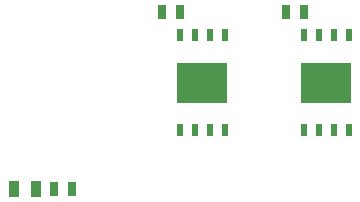
<source format=gbr>
%TF.GenerationSoftware,KiCad,Pcbnew,6.0.0*%
%TF.CreationDate,2022-09-24T12:18:35+02:00*%
%TF.ProjectId,pmod-flash,706d6f64-2d66-46c6-9173-682e6b696361,1*%
%TF.SameCoordinates,Original*%
%TF.FileFunction,Paste,Top*%
%TF.FilePolarity,Positive*%
%FSLAX46Y46*%
G04 Gerber Fmt 4.6, Leading zero omitted, Abs format (unit mm)*
G04 Created by KiCad (PCBNEW 6.0.0) date 2022-09-24 12:18:35*
%MOMM*%
%LPD*%
G01*
G04 APERTURE LIST*
%ADD10R,0.889000X1.397000*%
%ADD11R,0.635000X1.143000*%
%ADD12R,0.500000X1.000000*%
%ADD13R,4.300000X3.400000*%
G04 APERTURE END LIST*
D10*
%TO.C,C1*%
X133452500Y-114000000D03*
X131547500Y-114000000D03*
%TD*%
D11*
%TO.C,C2*%
X145612000Y-99000000D03*
X144088000Y-99000000D03*
%TD*%
D12*
%TO.C,U2*%
X156095000Y-109000000D03*
X157365000Y-109000000D03*
X158635000Y-109000000D03*
X159905000Y-109000000D03*
X159905000Y-101000000D03*
X158635000Y-101000000D03*
X157365000Y-101000000D03*
X156095000Y-101000000D03*
D13*
X158000000Y-105000000D03*
%TD*%
D12*
%TO.C,U1*%
X145595000Y-109000000D03*
X146865000Y-109000000D03*
X148135000Y-109000000D03*
X149405000Y-109000000D03*
X149405000Y-101000000D03*
X148135000Y-101000000D03*
X146865000Y-101000000D03*
X145595000Y-101000000D03*
D13*
X147500000Y-105000000D03*
%TD*%
D11*
%TO.C,C3*%
X156112000Y-99000000D03*
X154588000Y-99000000D03*
%TD*%
%TO.C,L1*%
X134988000Y-114000000D03*
X136512000Y-114000000D03*
%TD*%
M02*

</source>
